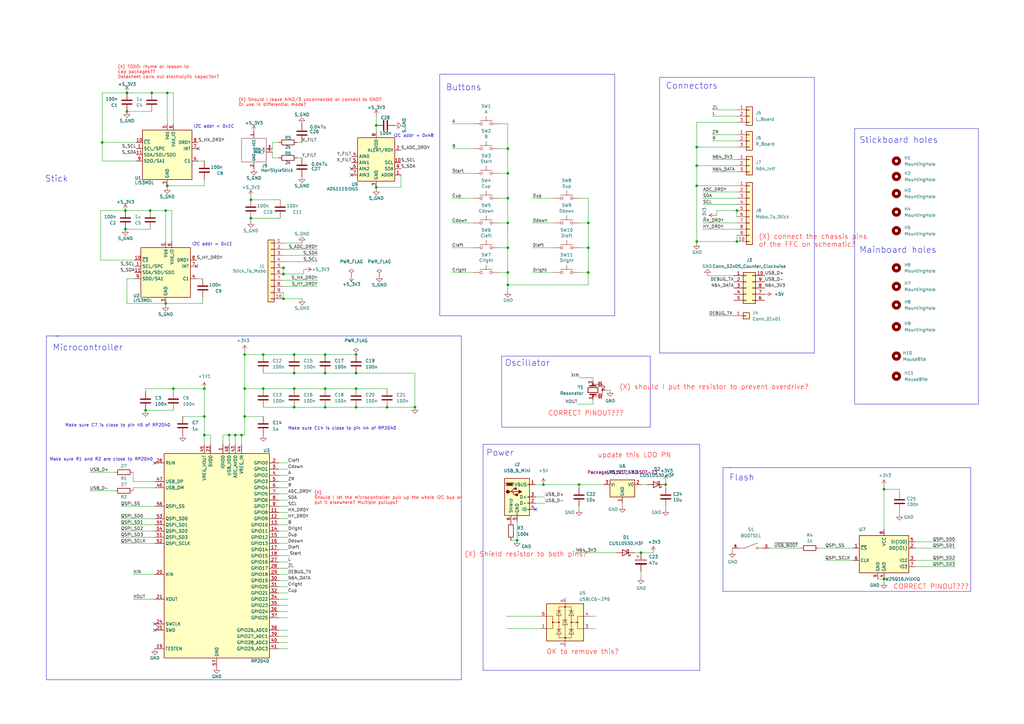
<source format=kicad_sch>
(kicad_sch (version 20230121) (generator eeschema)
  (paper "A3")
  (title_block (title "Phobri64") (date "2023-05-31") (rev "0.1") (company "Scuffed Tech Industries"))
  (junction (at 154.305 76.835))
  (junction (at 116.2682 109.855))
  (junction (at 96.52 178.435))
  (junction (at 107.95 145.415))
  (junction (at 116.2682 122.555))
  (junction (at 83.82 159.385))
  (junction (at 71.12 159.385))
  (junction (at 62.23 38.1))
  (junction (at 100.33 159.385))
  (junction (at 116.2682 112.395))
  (junction (at 83.82 170.815))
  (junction (at 158.75 167.005))
  (junction (at 302.26 99.06))
  (junction (at 285.75 99.06))
  (junction (at 170.18 167.005))
  (junction (at 133.35 167.005))
  (junction (at 208.28 81.28))
  (junction (at 68.58 76.2))
  (junction (at 133.35 153.035))
  (junction (at 120.65 145.415))
  (junction (at 100.33 145.415))
  (junction (at 208.28 116.84))
  (junction (at 362.585 200.66))
  (junction (at 285.75 60.325))
  (junction (at 146.05 159.385))
  (junction (at 237.49 198.755))
  (junction (at 208.28 60.96))
  (junction (at 154.305 51.435))
  (junction (at 285.75 67.945))
  (junction (at 51.435 86.36))
  (junction (at 41.91 58.42))
  (junction (at 273.05 198.755))
  (junction (at 67.945 124.46))
  (junction (at 208.28 101.6))
  (junction (at 52.07 45.72))
  (junction (at 102.87 81.915))
  (junction (at 241.3 91.44))
  (junction (at 68.58 38.1))
  (junction (at 52.07 38.1))
  (junction (at 120.65 153.035))
  (junction (at 120.65 167.005))
  (junction (at 99.06 178.435))
  (junction (at 67.945 86.36))
  (junction (at 133.35 145.415))
  (junction (at 100.33 170.815))
  (junction (at 302.26 86.36))
  (junction (at 146.05 153.035))
  (junction (at 59.69 168.275))
  (junction (at 51.435 93.98))
  (junction (at 83.82 178.435))
  (junction (at 362.585 237.49))
  (junction (at 208.28 111.76))
  (junction (at 262.89 226.695))
  (junction (at 107.95 159.385))
  (junction (at 241.3 111.76))
  (junction (at 146.05 167.005))
  (junction (at 285.75 76.2))
  (junction (at 208.28 91.44))
  (junction (at 212.09 221.615))
  (junction (at 222.885 198.755))
  (junction (at 241.3 101.6))
  (junction (at 208.28 71.12))
  (junction (at 93.98 178.435))
  (junction (at 133.35 159.385))
  (junction (at 146.05 145.415))
  (junction (at 102.87 89.535))
  (junction (at 61.595 86.36))
  (junction (at 120.65 159.385))
  (no_connect (at 63.5 189.865))
  (no_connect (at 219.71 208.915))
  (no_connect (at 63.5 258.445))
  (no_connect (at 63.5 255.905))
  (no_connect (at 81.28 60.96))
  (no_connect (at 144.145 71.755))
  (no_connect (at 80.645 109.22))
  (no_connect (at 144.145 69.215))
  (wire (pts (xy 54.61 201.295) (xy 54.61 200.025)))
  (polyline (pts (xy 22.86 137.795) (xy 189.23 137.795)) (stroke (width 0) (type solid)))
  (wire (pts (xy 118.11 197.485) (xy 114.3 197.485)))
  (wire (pts (xy 133.35 145.415) (xy 146.05 145.415)))
  (wire (pts (xy 49.53 207.645) (xy 63.5 207.645)))
  (wire (pts (xy 111.76 58.42) (xy 114.3 58.42)))
  (wire (pts (xy 194.31 60.96) (xy 185.42 60.96)))
  (wire (pts (xy 237.49 111.76) (xy 241.3 111.76)))
  (wire (pts (xy 208.28 116.84) (xy 208.28 119.38)))
  (polyline (pts (xy 198.12 182.245) (xy 203.2 182.245)) (stroke (width 0) (type solid)))
  (polyline (pts (xy 189.23 137.795) (xy 189.23 278.765)) (stroke (width 0) (type solid)))
  (wire (pts (xy 285.75 99.06) (xy 302.26 99.06)))
  (wire (pts (xy 158.75 159.385) (xy 146.05 159.385)))
  (wire (pts (xy 133.35 167.005) (xy 146.05 167.005)))
  (wire (pts (xy 118.11 240.665) (xy 114.3 240.665)))
  (polyline (pts (xy 398.145 191.77) (xy 398.145 242.57)) (stroke (width 0) (type solid)))
  (wire (pts (xy 124.5232 110.49) (xy 124.5232 112.395)))
  (wire (pts (xy 208.28 101.6) (xy 208.28 111.76)))
  (wire (pts (xy 285.75 50.165) (xy 285.75 60.325)))
  (wire (pts (xy 121.92 58.42) (xy 123.825 58.42)))
  (wire (pts (xy 208.28 71.12) (xy 208.28 81.28)))
  (wire (pts (xy 292.1 45.085) (xy 302.26 45.085)))
  (wire (pts (xy 99.06 178.435) (xy 96.52 178.435)))
  (wire (pts (xy 118.11 260.985) (xy 114.3 260.985)))
  (wire (pts (xy 61.595 86.36) (xy 51.435 86.36)))
  (wire (pts (xy 208.28 50.8) (xy 208.28 60.96)))
  (wire (pts (xy 51.435 93.98) (xy 61.595 93.98)))
  (wire (pts (xy 241.3 91.44) (xy 241.3 101.6)))
  (wire (pts (xy 118.11 210.185) (xy 114.3 210.185)))
  (wire (pts (xy 111.76 64.77) (xy 114.3 64.77)))
  (wire (pts (xy 146.05 159.385) (xy 133.35 159.385)))
  (wire (pts (xy 255.27 206.375) (xy 255.27 207.645)))
  (wire (pts (xy 102.87 89.535) (xy 114.935 89.535)))
  (wire (pts (xy 292.1 70.485) (xy 302.26 70.485)))
  (wire (pts (xy 362.585 237.49) (xy 362.585 238.76)))
  (wire (pts (xy 204.47 111.76) (xy 208.28 111.76)))
  (wire (pts (xy 237.49 81.28) (xy 241.3 81.28)))
  (wire (pts (xy 124.5232 112.395) (xy 116.2682 112.395)))
  (wire (pts (xy 118.11 263.525) (xy 114.3 263.525)))
  (wire (pts (xy 55.88 66.04) (xy 41.91 66.04)))
  (wire (pts (xy 107.95 145.415) (xy 120.65 145.415)))
  (wire (pts (xy 236.22 226.695) (xy 252.73 226.695)))
  (wire (pts (xy 71.12 159.385) (xy 59.69 159.385)))
  (wire (pts (xy 83.185 121.92) (xy 83.185 124.46)))
  (wire (pts (xy 285.75 76.2) (xy 285.75 99.06)))
  (wire (pts (xy 241.3 116.84) (xy 208.28 116.84)))
  (wire (pts (xy 41.275 86.36) (xy 51.435 86.36)))
  (wire (pts (xy 260.35 226.695) (xy 262.89 226.695)))
  (wire (pts (xy 118.11 225.425) (xy 114.3 225.425)))
  (polyline (pts (xy 180.34 30.48) (xy 182.88 30.48)) (stroke (width 0) (type solid)))
  (wire (pts (xy 146.05 167.005) (xy 158.75 167.005)))
  (wire (pts (xy 244.475 252.73) (xy 241.935 252.73)))
  (wire (pts (xy 83.82 178.435) (xy 86.36 178.435)))
  (wire (pts (xy 52.07 114.3) (xy 52.07 124.46)))
  (wire (pts (xy 59.69 168.275) (xy 71.12 168.275)))
  (wire (pts (xy 194.31 81.28) (xy 185.42 81.28)))
  (wire (pts (xy 265.43 198.755) (xy 262.89 198.755)))
  (wire (pts (xy 375.285 232.41) (xy 391.795 232.41)))
  (wire (pts (xy 118.11 258.445) (xy 114.3 258.445)))
  (wire (pts (xy 338.455 229.87) (xy 349.885 229.87)))
  (wire (pts (xy 130.2382 102.235) (xy 116.2682 102.235)))
  (wire (pts (xy 227.33 91.44) (xy 218.44 91.44)))
  (wire (pts (xy 194.31 91.44) (xy 185.42 91.44)))
  (wire (pts (xy 118.11 250.825) (xy 114.3 250.825)))
  (wire (pts (xy 100.33 145.415) (xy 107.95 145.415)))
  (wire (pts (xy 118.11 192.405) (xy 114.3 192.405)))
  (wire (pts (xy 164.465 71.755) (xy 164.465 76.835)))
  (polyline (pts (xy 19.05 278.765) (xy 19.05 137.795)) (stroke (width 0) (type solid)))
  (wire (pts (xy 100.33 159.385) (xy 107.95 159.385)))
  (wire (pts (xy 130.2382 117.475) (xy 116.2682 117.475)))
  (wire (pts (xy 164.465 76.835) (xy 154.305 76.835)))
  (wire (pts (xy 288.29 93.98) (xy 302.26 93.98)))
  (wire (pts (xy 102.87 81.915) (xy 114.935 81.915)))
  (polyline (pts (xy 266.7 146.05) (xy 266.7 175.26)) (stroke (width 0) (type solid)))
  (wire (pts (xy 118.11 253.365) (xy 114.3 253.365)))
  (wire (pts (xy 207.645 257.81) (xy 221.615 257.81)))
  (wire (pts (xy 93.98 178.435) (xy 91.44 178.435)))
  (polyline (pts (xy 287.02 274.955) (xy 198.12 274.955)) (stroke (width 0) (type solid)))
  (wire (pts (xy 118.11 215.265) (xy 114.3 215.265)))
  (wire (pts (xy 248.285 160.02) (xy 250.19 160.02)))
  (wire (pts (xy 116.205 109.855) (xy 116.2682 109.855)))
  (wire (pts (xy 194.31 111.76) (xy 185.42 111.76)))
  (wire (pts (xy 111.76 62.357) (xy 111.76 64.77)))
  (wire (pts (xy 62.23 38.1) (xy 52.07 38.1)))
  (wire (pts (xy 49.53 222.885) (xy 63.5 222.885)))
  (wire (pts (xy 52.07 45.72) (xy 62.23 45.72)))
  (wire (pts (xy 107.95 167.005) (xy 120.65 167.005)))
  (wire (pts (xy 368.935 200.66) (xy 362.585 200.66)))
  (wire (pts (xy 154.305 47.625) (xy 154.305 51.435)))
  (wire (pts (xy 71.12 160.655) (xy 71.12 159.385)))
  (wire (pts (xy 204.47 91.44) (xy 208.28 91.44)))
  (wire (pts (xy 83.82 170.815) (xy 83.82 178.435)))
  (wire (pts (xy 99.06 178.435) (xy 99.06 182.245)))
  (wire (pts (xy 292.1 47.625) (xy 302.26 47.625)))
  (wire (pts (xy 83.82 178.435) (xy 83.82 182.245)))
  (wire (pts (xy 302.26 96.52) (xy 302.26 99.06)))
  (wire (pts (xy 204.47 60.96) (xy 208.28 60.96)))
  (polyline (pts (xy 205.74 146.05) (xy 266.7 146.05)) (stroke (width 0) (type solid)))
  (wire (pts (xy 118.11 189.865) (xy 114.3 189.865)))
  (wire (pts (xy 100.33 178.435) (xy 99.06 178.435)))
  (wire (pts (xy 81.28 66.04) (xy 83.82 66.04)))
  (wire (pts (xy 285.75 67.945) (xy 302.26 67.945)))
  (wire (pts (xy 54.61 245.745) (xy 63.5 245.745)))
  (wire (pts (xy 133.35 153.035) (xy 146.05 153.035)))
  (wire (pts (xy 204.47 81.28) (xy 208.28 81.28)))
  (wire (pts (xy 204.47 101.6) (xy 208.28 101.6)))
  (wire (pts (xy 237.49 91.44) (xy 241.3 91.44)))
  (wire (pts (xy 100.33 145.415) (xy 100.33 159.385)))
  (wire (pts (xy 120.65 145.415) (xy 133.35 145.415)))
  (wire (pts (xy 114.3 222.885) (xy 118.11 222.885)))
  (wire (pts (xy 375.285 229.87) (xy 391.795 229.87)))
  (wire (pts (xy 219.71 206.375) (xy 223.52 206.375)))
  (polyline (pts (xy 182.245 30.48) (xy 252.095 30.48)) (stroke (width 0) (type solid)))
  (wire (pts (xy 223.52 203.835) (xy 219.71 203.835)))
  (wire (pts (xy 111.76 58.42) (xy 111.76 61.087)))
  (polyline (pts (xy 398.145 242.57) (xy 296.545 242.57)) (stroke (width 0) (type solid)))
  (wire (pts (xy 154.305 51.435) (xy 154.305 53.975)))
  (wire (pts (xy 227.33 111.76) (xy 218.44 111.76)))
  (wire (pts (xy 294.005 86.36) (xy 302.26 86.36)))
  (wire (pts (xy 36.83 201.295) (xy 46.99 201.295)))
  (wire (pts (xy 67.945 99.06) (xy 67.945 86.36)))
  (polyline (pts (xy 19.05 137.795) (xy 24.13 137.795)) (stroke (width 0) (type solid)))
  (wire (pts (xy 375.285 222.25) (xy 391.795 222.25)))
  (wire (pts (xy 294.005 88.265) (xy 293.37 88.265)))
  (wire (pts (xy 118.11 200.025) (xy 114.3 200.025)))
  (wire (pts (xy 71.12 159.385) (xy 83.82 159.385)))
  (wire (pts (xy 67.945 86.36) (xy 70.485 86.36)))
  (polyline (pts (xy 296.545 191.77) (xy 299.72 191.77)) (stroke (width 0) (type solid)))
  (wire (pts (xy 146.05 153.035) (xy 170.18 153.035)))
  (wire (pts (xy 194.31 50.8) (xy 185.42 50.8)))
  (wire (pts (xy 86.36 178.435) (xy 86.36 182.245)))
  (wire (pts (xy 285.75 76.2) (xy 302.26 76.2)))
  (wire (pts (xy 194.31 71.12) (xy 185.42 71.12)))
  (wire (pts (xy 290.195 113.03) (xy 300.99 113.03)))
  (wire (pts (xy 41.91 58.42) (xy 55.88 58.42)))
  (polyline (pts (xy 198.12 274.955) (xy 198.12 182.245)) (stroke (width 0) (type solid)))
  (wire (pts (xy 154.305 77.47) (xy 154.305 76.835)))
  (wire (pts (xy 292.1 57.785) (xy 302.26 57.785)))
  (wire (pts (xy 227.33 81.28) (xy 218.44 81.28)))
  (wire (pts (xy 49.53 217.805) (xy 63.5 217.805)))
  (wire (pts (xy 273.05 197.485) (xy 273.05 198.755)))
  (wire (pts (xy 41.275 106.68) (xy 55.245 106.68)))
  (wire (pts (xy 120.65 153.035) (xy 133.35 153.035)))
  (wire (pts (xy 285.75 60.325) (xy 285.75 67.945)))
  (polyline (pts (xy 189.23 278.765) (xy 19.05 278.765)) (stroke (width 0) (type solid)))
  (wire (pts (xy 68.58 50.8) (xy 68.58 38.1)))
  (wire (pts (xy 100.33 144.145) (xy 100.33 145.415)))
  (wire (pts (xy 243.205 154.94) (xy 237.49 154.94)))
  (wire (pts (xy 118.11 220.345) (xy 114.3 220.345)))
  (wire (pts (xy 67.945 86.36) (xy 61.595 86.36)))
  (wire (pts (xy 273.05 198.755) (xy 273.05 200.025)))
  (wire (pts (xy 71.12 38.1) (xy 71.12 50.8)))
  (wire (pts (xy 83.82 76.2) (xy 68.58 76.2)))
  (wire (pts (xy 118.11 202.565) (xy 114.3 202.565)))
  (wire (pts (xy 237.49 207.645) (xy 237.49 208.915)))
  (wire (pts (xy 292.1 55.245) (xy 302.26 55.245)))
  (wire (pts (xy 237.49 101.6) (xy 241.3 101.6)))
  (wire (pts (xy 102.87 80.645) (xy 102.87 81.915)))
  (wire (pts (xy 222.885 198.755) (xy 237.49 198.755)))
  (wire (pts (xy 368.935 209.55) (xy 368.935 210.82)))
  (polyline (pts (xy 252.095 30.48) (xy 252.095 129.54)) (stroke (width 0) (type solid)))
  (wire (pts (xy 130.2382 104.775) (xy 116.2682 104.775)))
  (wire (pts (xy 273.05 207.645) (xy 273.05 208.915)))
  (wire (pts (xy 118.11 207.645) (xy 114.3 207.645)))
  (wire (pts (xy 118.11 245.745) (xy 114.3 245.745)))
  (wire (pts (xy 118.11 205.105) (xy 114.3 205.105)))
  (wire (pts (xy 102.87 89.535) (xy 102.87 90.805)))
  (wire (pts (xy 241.3 111.76) (xy 241.3 116.84)))
  (polyline (pts (xy 287.02 182.245) (xy 287.02 274.955)) (stroke (width 0) (type solid)))
  (polyline (pts (xy 205.74 146.05) (xy 205.74 175.26)) (stroke (width 0) (type solid)))
  (wire (pts (xy 118.11 238.125) (xy 114.3 238.125)))
  (wire (pts (xy 237.49 200.025) (xy 237.49 198.755)))
  (wire (pts (xy 100.33 170.815) (xy 107.95 170.815)))
  (wire (pts (xy 83.185 124.46) (xy 67.945 124.46)))
  (wire (pts (xy 375.285 224.79) (xy 391.795 224.79)))
  (wire (pts (xy 118.11 266.065) (xy 114.3 266.065)))
  (wire (pts (xy 212.09 221.615) (xy 212.09 213.995)))
  (polyline (pts (xy 296.545 242.57) (xy 296.545 191.77)) (stroke (width 0) (type solid)))
  (wire (pts (xy 41.91 66.04) (xy 41.91 58.42)))
  (wire (pts (xy 59.69 159.385) (xy 59.69 160.655)))
  (wire (pts (xy 121.92 64.77) (xy 123.825 64.77)))
  (wire (pts (xy 208.28 81.28) (xy 208.28 91.44)))
  (wire (pts (xy 120.65 159.385) (xy 107.95 159.385)))
  (wire (pts (xy 208.28 91.44) (xy 208.28 101.6)))
  (wire (pts (xy 133.35 159.385) (xy 120.65 159.385)))
  (wire (pts (xy 68.58 38.1) (xy 71.12 38.1)))
  (wire (pts (xy 118.11 194.945) (xy 114.3 194.945)))
  (wire (pts (xy 130.2382 114.935) (xy 116.2682 114.935)))
  (wire (pts (xy 41.275 106.68) (xy 41.275 86.36)))
  (wire (pts (xy 285.75 67.945) (xy 285.75 76.2)))
  (wire (pts (xy 302.3232 86.36) (xy 302.26 86.36)))
  (wire (pts (xy 302.26 88.9) (xy 302.26 86.36)))
  (wire (pts (xy 243.205 165.735) (xy 236.855 165.735)))
  (wire (pts (xy 360.045 237.49) (xy 362.585 237.49)))
  (wire (pts (xy 362.585 200.66) (xy 362.585 217.17)))
  (wire (pts (xy 118.11 243.205) (xy 114.3 243.205)))
  (wire (pts (xy 118.745 227.965) (xy 114.3 227.965)))
  (wire (pts (xy 288.29 78.74) (xy 302.26 78.74)))
  (wire (pts (xy 49.53 212.725) (xy 63.5 212.725)))
  (wire (pts (xy 227.33 101.6) (xy 218.44 101.6)))
  (wire (pts (xy 288.29 83.82) (xy 302.26 83.82)))
  (polyline (pts (xy 205.74 175.26) (xy 266.7 175.26)) (stroke (width 0) (type solid)))
  (wire (pts (xy 52.07 124.46) (xy 67.945 124.46)))
  (wire (pts (xy 288.29 81.28) (xy 302.26 81.28)))
  (wire (pts (xy 294.005 88.265) (xy 294.005 86.36)))
  (wire (pts (xy 300.355 224.79) (xy 300.355 226.06)))
  (wire (pts (xy 209.55 221.615) (xy 212.09 221.615)))
  (wire (pts (xy 54.61 235.585) (xy 63.5 235.585)))
  (wire (pts (xy 52.07 114.3) (xy 55.245 114.3)))
  (wire (pts (xy 237.49 198.755) (xy 247.65 198.755)))
  (polyline (pts (xy 299.085 191.77) (xy 398.145 191.77)) (stroke (width 0) (type solid)))
  (wire (pts (xy 91.44 178.435) (xy 91.44 182.245)))
  (wire (pts (xy 368.935 201.93) (xy 368.935 200.66)))
  (wire (pts (xy 68.58 76.835) (xy 68.58 76.2)))
  (wire (pts (xy 49.53 220.345) (xy 63.5 220.345)))
  (wire (pts (xy 208.28 111.76) (xy 208.28 116.84)))
  (wire (pts (xy 96.52 178.435) (xy 96.52 182.245)))
  (wire (pts (xy 49.53 215.265) (xy 63.5 215.265)))
  (wire (pts (xy 54.61 197.485) (xy 54.61 193.675)))
  (wire (pts (xy 285.75 60.325) (xy 302.26 60.325)))
  (wire (pts (xy 244.475 257.81) (xy 241.935 257.81)))
  (wire (pts (xy 118.11 212.725) (xy 114.3 212.725)))
  (wire (pts (xy 54.61 200.025) (xy 63.5 200.025)))
  (wire (pts (xy 241.3 81.28) (xy 241.3 91.44)))
  (wire (pts (xy 170.18 153.035) (xy 170.18 167.005)))
  (wire (pts (xy 204.47 71.12) (xy 208.28 71.12)))
  (wire (pts (xy 100.33 159.385) (xy 100.33 170.815)))
  (wire (pts (xy 241.3 101.6) (xy 241.3 111.76)))
  (wire (pts (xy 362.585 199.39) (xy 362.585 200.66)))
  (wire (pts (xy 204.47 50.8) (xy 208.28 50.8)))
  (polyline (pts (xy 180.34 129.54) (xy 180.34 30.48)) (stroke (width 0) (type solid)))
  (wire (pts (xy 243.205 163.83) (xy 243.205 165.735)))
  (wire (pts (xy 120.65 167.005) (xy 133.35 167.005)))
  (wire (pts (xy 208.28 60.96) (xy 208.28 71.12)))
  (wire (pts (xy 302.26 50.165) (xy 285.75 50.165)))
  (wire (pts (xy 67.945 125.095) (xy 67.945 124.46)))
  (wire (pts (xy 285.75 99.06) (xy 285.75 99.695)))
  (wire (pts (xy 80.645 114.3) (xy 83.185 114.3)))
  (wire (pts (xy 107.95 153.035) (xy 120.65 153.035)))
  (wire (pts (xy 118.11 217.805) (xy 114.3 217.805)))
  (wire (pts (xy 68.58 38.1) (xy 62.23 38.1)))
  (wire (pts (xy 118.11 248.285) (xy 114.3 248.285)))
  (wire (pts (xy 93.98 178.435) (xy 93.98 182.245)))
  (wire (pts (xy 83.82 159.385) (xy 83.82 170.815)))
  (wire (pts (xy 315.595 224.79) (xy 328.295 224.79)))
  (wire (pts (xy 194.31 101.6) (xy 185.42 101.6)))
  (wire (pts (xy 124.5232 110.49) (xy 125.1582 110.49)))
  (wire (pts (xy 118.11 235.585) (xy 114.3 235.585)))
  (wire (pts (xy 116.2682 109.855) (xy 116.2682 112.395)))
  (wire (pts (xy 118.11 230.505) (xy 114.3 230.505)))
  (wire (pts (xy 290.83 129.54) (xy 300.99 129.54)))
  (wire (pts (xy 219.71 198.755) (xy 222.885 198.755)))
  (wire (pts (xy 116.2682 120.015) (xy 116.2682 122.555)))
  (wire (pts (xy 158.75 167.005) (xy 170.18 167.005)))
  (wire (pts (xy 116.2682 122.555) (xy 123.8882 122.555)))
  (wire (pts (xy 262.89 234.315) (xy 262.89 236.855)))
  (wire (pts (xy 243.205 156.21) (xy 243.205 154.94)))
  (wire (pts (xy 63.5 197.485) (xy 54.61 197.485)))
  (wire (pts (xy 100.33 170.815) (xy 100.33 178.435)))
  (wire (pts (xy 41.91 38.1) (xy 52.07 38.1)))
  (wire (pts (xy 292.1 65.405) (xy 302.26 65.405)))
  (wire (pts (xy 262.89 226.695) (xy 267.97 226.695)))
  (wire (pts (xy 74.93 170.815) (xy 83.82 170.815)))
  (wire (pts (xy 96.52 178.435) (xy 93.98 178.435)))
  (wire (pts (xy 83.82 73.66) (xy 83.82 76.2)))
  (wire (pts (xy 335.915 224.79) (xy 349.885 224.79)))
  (wire (pts (xy 41.91 58.42) (xy 41.91 38.1)))
  (wire (pts (xy 130.2382 107.315) (xy 116.2682 107.315)))
  (wire (pts (xy 116.2682 99.695) (xy 123.8882 99.695)))
  (wire (pts (xy 36.83 193.675) (xy 46.99 193.675)))
  (polyline (pts (xy 252.095 129.54) (xy 180.34 129.54)) (stroke (width 0) (type solid)))
  (polyline (pts (xy 203.2 182.245) (xy 287.02 182.245)) (stroke (width 0) (type solid)))
  (wire (pts (xy 288.29 91.44) (xy 302.26 91.44)))
  (wire (pts (xy 207.645 252.73) (xy 221.615 252.73)))
  (wire (pts (xy 118.11 233.045) (xy 114.3 233.045)))
  (wire (pts (xy 70.485 86.36) (xy 70.485 99.06)))
  (rectangle (start 350.52 52.705) (end 401.32 165.735))
  (rectangle (start 270.51 31.75) (end 334.01 144.78))
  (text "Power" (at 199.39 187.325 0) (effects (font (size 2.54 2.54)) (justify left bottom)))
  (text "Oscillator" (at 207.01 150.495 0) (effects (font (size 2.54 2.54)) (justify left bottom)))
  (text "Microcontroller" (at 21.59 144.145 0) (effects (font (size 2.54 2.54)) (justify left bottom)))
  (text "Make sure C14 is close to pin 44 of RP2040" (at 118.11 176.53 0) (effects (font (size 1.27 1.27)) (justify left bottom)))
  (text "Connectors" (at 273.05 36.83 0) (effects (font (size 2.54 2.54)) (justify left bottom)))
  (text "(X) should I put the resistor to prevent overdrive?" (at 254 160.02 0) (effects (font (size 2 2)) (justify left bottom)))
  (text "Make sure C7 is close to pin 45 of RP2040" (at 26.67 175.26 0) (effects (font (size 1.27 1.27)) (justify left bottom)))
  (text "(X) \nShould I let the microcontroller pull up the whole I2C bus or\nput it elsewhere? Multiple pullups?" (at 128.905 207.01 0) (effects (font (size 1.27 1.27)) (justify left bottom)))
  (text "Buttons" (at 182.88 37.465 0) (effects (font (size 2.54 2.54)) (justify left bottom)))
  (text "Stickboard holes" (at 352.425 59.055 0) (effects (font (size 2.54 2.54)) (justify left bottom)))
  (text "update this LDO PN" (at 245.11 187.96 0) (effects (font (size 2 2)) (justify left bottom)))
  (text "I2C addr = 0x1C" (at 79.375 52.705 0) (effects (font (size 1.27 1.27)) (justify left bottom)))
  (text "I2C addr = 0x48" (at 161.29 56.515 0) (effects (font (size 1.27 1.27)) (justify left bottom)))
  (text "CORRECT PINOUT???" (at 366.395 241.935 0) (effects (font (size 2 2)) (justify left bottom)))
  (text "(X) TODO: rhyme or reason to \ncap packages??\nDatasheet calls out electrolytic capacitor?" (at 48.26 32.385 0) (effects (font (size 1.27 1.27)) (justify left bottom)))
  (text "Flash" (at 299.085 197.485 0) (effects (font (size 2.54 2.54)) (justify left bottom)))
  (text "OK to remove this?" (at 224.155 268.605 0) (effects (font (size 2 2)) (justify left bottom)))
  (text "Stick" (at 18.415 74.93 0) (effects (font (size 2.54 2.54)) (justify left bottom)))
  (text "(X) Shield resistor to both pins?" (at 190.5 228.6 0) (effects (font (size 2 2)) (justify left bottom)))
  (text "I2C addr = 0x1E" (at 78.74 100.965 0) (effects (font (size 1.27 1.27)) (justify left bottom)))
  (text "Make sure R1 and R2 are close to RP2040" (at 20.32 189.23 0) (effects (font (size 1.27 1.27)) (justify left bottom)))
  (text "Mainboard holes" (at 352.425 104.14 0) (effects (font (size 2.54 2.54)) (justify left bottom)))
  (text "(X) Should I leave AIN2/3 unconnected or connect to GND?\nOr use in differential mode?" (at 97.79 43.815 0) (effects (font (size 1.27 1.27)) (justify left bottom)))
  (text "CORRECT PINOUT???" (at 224.79 170.815 0) (effects (font (size 2 2)) (justify left bottom)))
  (text "(X) connect the chassis pins\nof the FFC on schematic?" (at 311.15 101.6 0) (effects (font (size 2 2)) (justify left bottom)))
  (label "Cup" (at 118.11 243.205 0))
  (label "Cleft" (at 118.11 189.865 0))
  (label "QSPI_SS" (at 49.53 207.645 0))
  (label "USB_D-" (at 36.83 201.295 0))
  (label "QSPI_SCLK" (at 49.53 222.885 0))
  (label "DEBUG_TX" (at 300.99 115.57 180))
  (label "SCL" (at 288.29 83.82 0))
  (label "S_SCL" (at 55.88 60.96 180))
  (label "S_SCL" (at 55.245 109.22 180))
  (label "QSPI_SD0" (at 391.795 222.25 180))
  (label "Start" (at 118.745 227.965 0))
  (label "Ddown" (at 218.44 91.44 0))
  (label "B" (at 185.42 60.96 0))
  (label "N64_3V3" (at 236.22 226.695 0))
  (label "S_HY_DRDY" (at 130.2382 117.475 180))
  (label "Y_FILT" (at 144.145 64.135 180))
  (label "QSPI_SCLK" (at 338.455 229.87 0))
  (label "ZR" (at 292.1 55.245 0))
  (label "Cdown" (at 118.11 192.405 0))
  (label "ADC_DRDY" (at 118.11 202.565 0))
  (label "XOUT" (at 54.61 245.745 0))
  (label "QSPI_SD1" (at 49.53 215.265 0))
  (label "XOUT" (at 236.855 165.735 180))
  (label "A" (at 118.11 194.945 0))
  (label "USB_D-" (at 313.69 115.57 0))
  (label "ADC_DRDY" (at 288.29 78.74 0))
  (label "DEBUG_TX" (at 118.11 235.585 0))
  (label "S_HX_DRDY" (at 81.28 58.42 0))
  (label "A" (at 185.42 50.8 0))
  (label "SDA" (at 288.29 81.28 0))
  (label "HY_DRDY" (at 118.11 212.725 0))
  (label "Dleft" (at 218.44 101.6 0))
  (label "Cdown" (at 185.42 91.44 0))
  (label "Dup" (at 118.11 220.345 0))
  (label "HX_DRDY" (at 118.11 210.185 0))
  (label "Dleft" (at 118.11 225.425 0))
  (label "QSPI_SD2" (at 49.53 217.805 0))
  (label "N64_DATA" (at 118.11 238.125 0))
  (label "SCL" (at 118.11 207.645 0))
  (label "HY_DRDY" (at 288.29 93.98 0))
  (label "ZR" (at 118.11 197.485 0))
  (label "QSPI_SS" (at 338.455 224.79 0))
  (label "S_SDA" (at 55.88 63.5 180))
  (label "XIN" (at 237.49 154.94 180))
  (label "N64_DATA" (at 292.1 70.485 0))
  (label "USB_D+" (at 223.52 203.835 0))
  (label "USB_D-" (at 223.52 206.375 0))
  (label "S_SCL" (at 130.2382 107.315 180))
  (label "S_SDA" (at 55.245 111.76 180))
  (label "Ddown" (at 118.11 222.885 0))
  (label "X_FILT" (at 123.825 58.42 0))
  (label "L" (at 118.11 230.505 0))
  (label "Dright" (at 118.11 217.805 0))
  (label "Cright" (at 185.42 111.76 0))
  (label "Y_FILT" (at 123.825 64.77 0))
  (label "QSPI_SD3" (at 391.795 232.41 180))
  (label "Cright" (at 118.11 240.665 0))
  (label "Cleft" (at 185.42 101.6 0))
  (label "N64_3V3" (at 313.69 118.11 0))
  (label "Dright" (at 218.44 111.76 0))
  (label "QSPI_SD2" (at 391.795 229.87 180))
  (label "Dup" (at 218.44 81.28 0))
  (label "USB_D+" (at 36.83 193.675 0))
  (label "USB_D+" (at 313.69 113.03 0))
  (label "ZL" (at 118.11 233.045 0))
  (label "XIN" (at 54.61 235.585 0))
  (label "HX_DRDY" (at 288.29 91.44 0))
  (label "ZL" (at 292.1 45.085 0))
  (label "N64_3V3" (at 292.1 65.405 0))
  (label "SDA" (at 118.11 205.105 0))
  (label "B" (at 118.11 215.265 0))
  (label "Cup" (at 185.42 81.28 0))
  (label "S_ADC_DRDY" (at 130.2382 102.235 180))
  (label "~{USB_BOOT}" (at 317.5 224.79 0))
  (label "QSPI_SD0" (at 49.53 212.725 0))
  (label "QSPI_SD3" (at 49.53 220.345 0))
  (label "X_FILT" (at 144.145 66.675 180))
  (label "QSPI_SD1" (at 391.795 224.79 180))
  (label "Start" (at 185.42 71.12 0))
  (label "L" (at 292.1 47.625 0))
  (label "R" (at 118.11 200.025 0))
  (label "S_SDA" (at 130.2382 104.775 180))
  (label "S_HY_DRDY" (at 80.645 106.68 0))
  (label "S_HX_DRDY" (at 130.2382 114.935 180))
  (label "S_ADC_DRDY" (at 164.465 61.595 0))
  (label "DEBUG_TX" (at 290.83 129.54 0))
  (label "R" (at 292.1 57.785 0))
  (label "S_SCL" (at 164.465 66.675 0))
  (label "S_SDA" (at 164.465 69.215 0))
  (label "N64_DATA" (at 300.99 118.11 180))
  (symbol (lib_id "Phobri64:S_GND") (at 51.435 93.98 0) (unit 1)
    (property "Reference" "#PWR016" (effects hide))
    (property "Value" "S_GND" (at 51.435 97.79 0))
  )
  (symbol (lib_id "Device:C") (at 71.12 164.465 0) (unit 1)
    (property "Reference" "C6" (at 74.93 163.1949 0) (effects (justify left)))
    (property "Value" "100n" (at 74.93 165.7349 0) (effects (justify left)))
    (property "Footprint" "Capacitor_SMD:C_0402_1005Metric" (effects hide))
    (property "LCSC" "C1525" (effects hide))
  )
  (symbol (lib_id "Mechanical:MountingHole") (at 367.665 94.615 0) (unit 1) (in_bom no)
    (property "Reference" "H5" (at 370.84 93.345 0) (effects (justify left)))
    (property "Value" "MountingHole" (at 370.84 95.885 0) (effects (justify left)))
    (property "Footprint" "Phobri64:MountingHole_2.833mm" (effects hide))
  )
  (symbol (lib_id "Device:C") (at 273.05 203.835 0) (unit 1)
    (property "Reference" "C24" (at 275.971 202.6666 0) (effects (justify left)))
    (property "Value" "10u" (at 275.971 204.978 0) (effects (justify left)))
    (property "Footprint" "Capacitor_SMD:C_0805_2012Metric" (effects hide))
    (property "LCSC" "C15850" (effects hide))
  )
  (symbol (lib_id "Mechanical:MountingHole") (at 367.665 117.475 0) (unit 1) (in_bom no)
    (property "Reference" "H7" (at 370.84 116.205 0) (effects (justify left)))
    (property "Value" "MountingHole" (at 370.84 118.745 0) (effects (justify left)))
    (property "Footprint" "MountingHole:MountingHole_4.3mm_M4" (effects hide))
  )
  (symbol (lib_id "Device:C") (at 107.95 174.625 0) (unit 1)
    (property "Reference" "C14" (at 111.76 173.3549 0) (effects (justify left)))
    (property "Value" "1u" (at 111.76 175.8949 0) (effects (justify left)))
    (property "Footprint" "Capacitor_SMD:C_0402_1005Metric" (effects hide))
    (property "LCSC" "C52923" (effects hide))
  )
  (symbol (lib_id "power:GND") (at 300.355 226.06 0) (unit 1)
    (property "Reference" "#PWR033" (effects hide))
    (property "Value" "GND" (at 300.482 230.4542 0))
  )
  (symbol (lib_id "power:GND") (at 59.69 168.275 0) (unit 1)
    (property "Reference" "#PWR05" (effects hide))
    (property "Value" "GND" (effects hide))
  )
  (symbol (lib_id "Phobri64:S_GND") (at 123.825 50.8 180) (unit 1)
    (property "Reference" "#PWR04" (effects hide))
    (property "Value" "S_GND" (at 123.825 46.99 0))
  )
  (symbol (lib_id "power:+1V1") (at 83.82 159.385 0) (unit 1)
    (property "Reference" "#PWR011" (effects hide))
    (property "Value" "+1V1" (at 83.82 154.305 0))
  )
  (symbol (lib_id "Phobri64:+S_3V3") (at 102.87 80.645 0) (unit 1)
    (property "Reference" "#PWR018" (effects hide))
    (property "Value" "+S_3V3" (at 102.87 76.835 0))
  )
  (symbol (lib_id "Connector_Generic:Conn_01x10") (at 111.1882 109.855 0) (mirror y) (unit 1)
    (property "Reference" "J1" (at 107.3782 109.22 0))
    (property "Value" "Stick_To_Mobo" (at 102.2982 111.125 0))
    (property "Footprint" "Phobri64:CON_5034801000_MOL" (effects hide))
    (property "LCSC" "C2915459" (effects hide))
  )
  (symbol (lib_id "Device:C") (at 51.435 90.17 180) (unit 1)
    (property "Reference" "C2" (at 47.625 91.4401 0) (effects (justify left)))
    (property "Value" "100n" (at 47.625 88.9001 0) (effects (justify left)))
    (property "Footprint" "Capacitor_SMD:C_0402_1005Metric" (effects hide))
    (property "LCSC" "C1525" (effects hide))
  )
  (symbol (lib_id "Device:C") (at 158.75 163.195 0) (unit 1)
    (property "Reference" "C21" (at 162.56 161.9249 0) (effects (justify left)))
    (property "Value" "100n" (at 162.56 164.4649 0) (effects (justify left)))
    (property "Footprint" "Capacitor_SMD:C_0402_1005Metric" (effects hide))
    (property "LCSC" "C1525" (effects hide))
  )
  (symbol (lib_id "Mechanical:MountingHole") (at 367.665 109.855 0) (unit 1) (in_bom no)
    (property "Reference" "H6" (at 370.84 108.585 0) (effects (justify left)))
    (property "Value" "MountingHole" (at 370.84 111.125 0) (effects (justify left)))
    (property "Footprint" "MountingHole:MountingHole_4.3mm_M4" (effects hide))
  )
  (symbol (lib_id "Phobri64:HoriStyleStick") (at 104.14 61.595 0) (unit 1)
    (property "Reference" "J9" (at 108.585 67.945 0))
    (property "Value" "HoriStyleStick" (at 113.665 69.85 0))
    (property "Footprint" "Phobri64:Hori_Style_Stick" (effects hide))
  )
  (symbol (lib_id "Phobri64:S_GND") (at 161.925 51.435 90) (unit 1)
    (property "Reference" "#PWR010" (effects hide))
    (property "Value" "S_GND" (at 165.735 51.435 0))
  )
  (symbol (lib_id "Phobri64:S_GND") (at 68.58 76.835 0) (unit 1)
    (property "Reference" "#PWR0106" (effects hide))
    (property "Value" "S_GND" (at 68.58 80.645 0))
  )
  (symbol (lib_id "power:GND") (at 250.19 160.02 0) (unit 1)
    (property "Reference" "#PWR025" (effects hide))
    (property "Value" "GND" (at 250.317 164.4142 0))
  )
  (symbol (lib_id "Device:R") (at 209.55 217.805 0) (unit 1)
    (property "Reference" "R3" (at 212.09 216.5349 0) (effects (justify left)))
    (property "Value" "100k" (at 212.09 219.0749 0) (effects (justify left)))
    (property "Footprint" "Resistor_SMD:R_0603_1608Metric_Pad0.98x0.95mm_HandSolder" (effects hide))
    (property "LCSC" "C25803" (effects hide))
  )
  (symbol (lib_id "power:GND") (at 290.195 113.03 180) (unit 1)
    (property "Reference" "#PWR034" (effects hide))
    (property "Value" "GND" (at 292.1 109.22 0) (effects (justify left)))
  )
  (symbol (lib_id "Device:R") (at 50.8 193.675 270) (mirror x) (unit 1)
    (property "Reference" "R1" (at 50.8 196.215 90))
    (property "Value" "27" (at 50.8 191.135 90))
    (property "Footprint" "Resistor_SMD:R_0402_1005Metric" (effects hide))
    (property "LCSC" "C25100" (effects hide))
  )
  (symbol (lib_id "power:+5V") (at 222.885 198.755 0) (unit 1)
    (property "Reference" "#PWR022" (effects hide))
    (property "Value" "+5V" (at 222.885 193.04 0))
  )
  (symbol (lib_id "Phobri64:S_GND") (at 52.07 45.72 0) (unit 1)
    (property "Reference" "#PWR0107" (effects hide))
    (property "Value" "S_GND" (at 52.07 49.53 0))
  )
  (symbol (lib_id "Phobri64:S_GND") (at 102.87 90.805 0) (unit 1)
    (property "Reference" "#PWR023" (effects hide))
    (property "Value" "S_GND" (at 102.87 94.615 0))
  )
  (symbol (lib_id "Phobri64:+S_3V3") (at 154.305 47.625 0) (unit 1)
    (property "Reference" "#PWR07" (effects hide))
    (property "Value" "+S_3V3" (at 154.305 44.069 0))
  )
  (symbol (lib_id "power:GND") (at 362.585 238.76 0) (unit 1)
    (property "Reference" "#PWR037" (effects hide))
    (property "Value" "GND" (at 358.775 240.03 0))
  )
  (symbol (lib_id "Device:R") (at 118.11 58.42 90) (mirror x) (unit 1)
    (property "Reference" "R5" (at 118.11 56.515 90))
    (property "Value" "2k" (at 118.11 60.325 90))
    (property "Footprint" "Resistor_SMD:R_0603_1608Metric_Pad0.98x0.95mm_HandSolder" (effects hide))
    (property "LCSC" "C22975" (effects hide))
  )
  (symbol (lib_id "Device:C") (at 133.35 149.225 0) (unit 1)
    (property "Reference" "C17" (at 137.16 147.9549 0) (effects (justify left)))
    (property "Value" "100n" (at 137.16 150.4949 0) (effects (justify left)))
    (property "Footprint" "Capacitor_SMD:C_0402_1005Metric" (effects hide))
    (property "LCSC" "C1525" (effects hide))
  )
  (symbol (lib_id "Mechanical:MountingHole") (at 367.665 66.04 0) (unit 1) (in_bom no)
    (property "Reference" "H1" (at 370.84 64.77 0) (effects (justify left)))
    (property "Value" "MountingHole" (at 370.84 67.31 0) (effects (justify left)))
    (property "Footprint" "MountingHole:MountingHole_2.2mm_M2" (effects hide))
  )
  (symbol (lib_id "Connector_Generic:Conn_01x03") (at 307.34 47.625 0) (unit 1) (in_bom no)
    (property "Reference" "J5" (at 309.88 46.3549 0) (effects (justify left)))
    (property "Value" "L_Board" (at 309.88 48.8949 0) (effects (justify left)))
    (property "Footprint" "Phobri64:Header_1x3" (effects hide))
  )
  (symbol (lib_id "Device:C") (at 114.935 85.725 0) (unit 1)
    (property "Reference" "C11" (at 120.015 86.995 0) (effects (justify left)))
    (property "Value" "100n" (at 117.475 84.455 0) (effects (justify left)))
    (property "Footprint" "Capacitor_SMD:C_0402_1005Metric" (effects hide))
    (property "LCSC" "C1525" (effects hide))
  )
  (symbol (lib_id "Device:C") (at 123.825 68.58 0) (mirror x) (unit 1)
    (property "Reference" "C27" (at 127.635 69.215 0) (effects (justify left)))
    (property "Value" "0.047u" (at 127.635 67.31 0) (effects (justify left)))
    (property "Footprint" "Capacitor_SMD:C_0603_1608Metric_Pad1.08x0.95mm_HandSolder" (effects hide))
    (property "LCSC" "C1622" (effects hide))
  )
  (symbol (lib_id "power:GND") (at 262.89 236.855 0) (unit 1)
    (property "Reference" "#PWR027" (effects hide))
    (property "Value" "GND" (at 263.017 241.2492 0))
  )
  (symbol (lib_id "Phobri64:S_GND") (at 123.8882 99.695 180) (unit 1)
    (property "Reference" "#PWR0102" (effects hide))
    (property "Value" "S_GND" (at 123.8882 95.885 0))
  )
  (symbol (lib_id "Device:C") (at 133.35 163.195 0) (unit 1)
    (property "Reference" "C18" (at 137.16 161.9249 0) (effects (justify left)))
    (property "Value" "100n" (at 137.16 164.4649 0) (effects (justify left)))
    (property "Footprint" "Capacitor_SMD:C_0402_1005Metric" (effects hide))
    (property "LCSC" "C1525" (effects hide))
  )
  (symbol (lib_id "Phobri64:+S_3V3") (at 125.1582 110.49 270) (unit 1)
    (property "Reference" "#PWR0101" (effects hide))
    (property "Value" "+S_3V3" (at 131.5082 110.49 90))
  )
  (symbol (lib_id "power:+5V") (at 313.69 120.65 270) (unit 1)
    (property "Reference" "#PWR035" (effects hide))
    (property "Value" "+5V" (at 317.5 120.65 90) (effects (justify left)))
  )
  (symbol (lib_id "Switch:SW_Push") (at 199.39 91.44 0) (unit 1) (in_bom no)
    (property "Reference" "SW5" (at 199.39 84.201 0))
    (property "Value" "Cdown" (at 199.39 86.5124 0))
    (property "Footprint" "Phobri64:ABC_Contact" (effects hide))
  )
  (symbol (lib_id "Diode:MBR0520") (at 269.24 198.755 180) (unit 1)
    (property "Reference" "D2" (at 269.5575 192.405 0))
    (property "Value" "CUS10S30,H3F" (at 269.5575 194.945 0))
    (property "Footprint" "Diode_SMD:D_SOD-323" (effects hide))
    (property "Datasheet" "http://www.mccsemi.com/up_pdf/MBR0520~MBR0580(SOD123).pdf" (effects hide))
    (property "LCSC" "C146335" (effects hide))
  )
  (symbol (lib_id "power:+3V3") (at 100.33 144.145 0) (unit 1)
    (property "Reference" "#PWR013" (effects hide))
    (property "Value" "+3V3" (at 99.695 139.7 0))
  )
  (symbol (lib_id "Device:C") (at 158.115 51.435 90) (unit 1)
    (property "Reference" "C28" (at 160.02 48.26 90) (effects (justify left)))
    (property "Value" "100n" (at 160.655 54.61 90) (effects (justify left)))
    (property "Footprint" "Capacitor_SMD:C_0402_1005Metric" (effects hide))
    (property "LCSC" "C1525" (effects hide))
  )
  (symbol (lib_id "Switch:SW_Push") (at 232.41 101.6 0) (unit 1) (in_bom no)
    (property "Reference" "SW10" (at 232.41 94.361 0))
    (property "Value" "Dleft" (at 232.41 96.6724 0))
    (property "Footprint" "Phobri64:Dpad_Contact" (effects hide))
  )
  (symbol (lib_id "Switch:SW_Push") (at 199.39 60.96 0) (unit 1) (in_bom no)
    (property "Reference" "SW2" (at 199.39 53.721 0))
    (property "Value" "B" (at 199.39 56.0324 0))
    (property "Footprint" "Phobri64:ABC_Contact" (effects hide))
  )
  (symbol (lib_id "Connector_Generic:Conn_01x03") (at 307.34 57.785 0) (unit 1) (in_bom no)
    (property "Reference" "J6" (at 309.88 56.5149 0) (effects (justify left)))
    (property "Value" "R_Board" (at 309.88 59.0549 0) (effects (justify left)))
    (property "Footprint" "Phobri64:Header_1x3" (effects hide))
  )
  (symbol (lib_id "Switch:SW_Push") (at 232.41 81.28 0) (unit 1) (in_bom no)
    (property "Reference" "SW8" (at 232.41 74.041 0))
    (property "Value" "Dup" (at 232.41 76.3524 0))
    (property "Footprint" "Phobri64:Dpad_Contact" (effects hide))
  )
  (symbol (lib_id "Device:Resonator") (at 243.205 160.02 90) (unit 1)
    (property "Reference" "Y1" (at 239.395 158.75 90) (effects (justify left)))
    (property "Value" "Resonator" (at 239.395 161.29 90) (effects (justify left)))
    (property "Footprint" "Phobri64:CSTNE_G_MUR" (effects hide))
  )
  (symbol (lib_id "Mechanical:MountingHole") (at 367.665 86.995 0) (unit 1) (in_bom no)
    (property "Reference" "H4" (at 370.84 85.725 0) (effects (justify left)))
    (property "Value" "MountingHole" (at 370.84 88.265 0) (effects (justify left)))
    (property "Footprint" "Phobri64:MountingHole_2.833mm" (effects hide))
  )
  (symbol (lib_id "Switch:SW_Push") (at 199.39 111.76 0) (unit 1) (in_bom no)
    (property "Reference" "SW7" (at 199.39 104.521 0))
    (property "Value" "Cright" (at 199.39 106.8324 0))
    (property "Footprint" "Phobri64:ABC_Contact" (effects hide))
  )
  (symbol (lib_id "Connector_Generic:Conn_01x10") (at 307.34 86.36 0) (unit 1)
    (property "Reference" "J8" (at 309.88 86.3599 0) (effects (justify left)))
    (property "Value" "Mobo_To_Stick" (at 309.88 88.8999 0) (effects (justify left)))
    (property "Footprint" "Phobri64:CON_5034801000_MOL" (effects hide))
    (property "LCSC" "C2915459" (effects hide))
  )
  (symbol (lib_id "power:PWR_FLAG") (at 155.575 113.03 0) (unit 1)
    (property "Reference" "#FLG02" (effects hide))
    (property "Value" "PWR_FLAG" (at 155.575 107.315 0))
  )
  (symbol (lib_id "Device:C") (at 52.07 41.91 180) (unit 1)
    (property "Reference" "C1" (at 48.26 43.1801 0) (effects (justify left)))
    (property "Value" "100n" (at 48.26 40.6401 0) (effects (justify left)))
    (property "Footprint" "Capacitor_SMD:C_0402_1005Metric" (effects hide))
    (property "LCSC" "C1525" (effects hide))
  )
  (symbol (lib_id "Device:C") (at 102.87 85.725 0) (unit 1)
    (property "Reference" "C10" (at 107.95 86.995 0) (effects (justify left)))
    (property "Value" "100n" (at 105.41 84.455 0) (effects (justify left)))
    (property "Footprint" "Capacitor_SMD:C_0402_1005Metric" (effects hide))
    (property "LCSC" "C1525" (effects hide))
  )
  (symbol (lib_id "Device:C") (at 237.49 203.835 0) (unit 1)
    (property "Reference" "C22" (at 240.411 202.6666 0) (effects (justify left)))
    (property "Value" "10u" (at 240.411 204.978 0) (effects (justify left)))
    (property "Footprint" "Capacitor_SMD:C_0805_2012Metric" (effects hide))
    (property "LCSC" "C15850" (effects hide))
  )
  (symbol (lib_id "Phobri64:W25Q128JVPIQ") (at 362.585 227.33 0) (unit 1)
    (property "Reference" "U7" (at 353.695 217.17 0))
    (property "Value" "W25Q16JVUXIQ" (at 370.205 237.49 0))
    (property "Footprint" "Phobri64:W25Q16JVUXIQ_WIN" (effects hide))
    (property "LCSC" "C190862" (effects hide))
  )
  (symbol (lib_id "Switch:SW_Push") (at 232.41 111.76 0) (unit 1) (in_bom no)
    (property "Reference" "SW11" (at 232.41 104.521 0))
    (property "Value" "Dright" (at 232.41 106.8324 0))
    (property "Footprint" "Phobri64:Dpad_Contact" (effects hide))
  )
  (symbol (lib_id "Regulator_Linear:AMS1117-3.3") (at 255.27 198.755 0) (unit 1)
    (property "Reference" "U6" (at 255.27 191.135 0))
    (property "Value" "AMS1117-3.3" (at 255.27 193.675 0))
    (property "Footprint" "Package_TO_SOT_SMD:SOT-23" (at 255.27 193.675 0))
    (property "Datasheet" "http://www.advanced-monolithic.com/pdf/ds1117.pdf" (effects hide))
    (property "LCSC" "C6186" (effects hide))
  )
  (symbol (lib_id "Connector:USB_B_Mini") (at 212.09 203.835 0) (unit 1)
    (property "Reference" "J2" (at 212.09 190.5 0))
    (property "Value" "USB_B_Mini" (at 212.09 193.04 0))
    (property "Footprint" "Phobri64:MINI-USB-TH_C13453" (effects hide))
    (property "LCSC" "C13453" (effects hide))
  )
  (symbol (lib_id "Connector_Generic:Conn_01x01") (at 306.07 129.54 0) (unit 1) (in_bom no)
    (property "Reference" "J4" (at 308.61 128.27 0) (effects (justify left)))
    (property "Value" "Conn_01x01" (at 308.61 130.81 0) (effects (justify left)))
    (property "Footprint" "Connector_Pin:Pin_D1.0mm_L10.0mm" (effects hide))
  )
  (symbol (lib_id "Mechanical:MountingHole") (at 367.665 154.305 0) (unit 1) (in_bom no)
    (property "Reference" "H11" (at 370.84 153.035 0) (effects (justify left)))
    (property "Value" "MouseBite" (at 370.84 155.575 0) (effects (justify left)))
    (property "Footprint" "Phobri64:breakaway-mousebites" (effects hide))
  )
  (symbol (lib_id "Switch:SW_Push") (at 199.39 81.28 0) (unit 1) (in_bom no)
    (property "Reference" "SW4" (at 199.39 74.041 0))
    (property "Value" "Cup" (at 199.39 76.3524 0))
    (property "Footprint" "Phobri64:ABC_Contact" (effects hide))
  )
  (symbol (lib_id "Phobri64:S_GND") (at 154.305 77.47 0) (unit 1)
    (property "Reference" "#PWR09" (effects hide))
    (property "Value" "S_GND" (at 154.305 81.28 0))
  )
  (symbol (lib_id "Switch:SW_Push") (at 199.39 101.6 0) (unit 1) (in_bom no)
    (property "Reference" "SW6" (at 199.39 94.361 0))
    (property "Value" "Cleft" (at 199.39 96.6724 0))
    (property "Footprint" "Phobri64:ABC_Contact" (effects hide))
  )
  (symbol (lib_id "Connector_Generic:Conn_01x03") (at 307.34 67.945 0) (unit 1)
    (property "Reference" "J7" (at 309.88 66.6749 0) (effects (justify left)))
    (property "Value" "N64_Intf" (at 309.88 69.2149 0) (effects (justify left)))
    (property "Footprint" "Phobri64:CONN3_B3B-EH-ALFSN_JST" (effects hide))
    (property "LCSC" "C160259" (effects hide))
  )
  (symbol (lib_id "power:GND") (at 237.49 208.915 0) (unit 1)
    (property "Reference" "#PWR024" (effects hide))
    (property "Value" "GND" (at 233.68 210.185 0))
  )
  (symbol (lib_id "Sensor_Magnetic:LIS3MDL") (at 68.58 63.5 0) (unit 1)
    (property "Reference" "U1" (at 55.245 73.025 0) (effects (justify left)))
    (property "Value" "LIS3MDL" (at 55.245 74.93 0) (effects (justify left)))
    (property "Footprint" "Package_LGA:LGA-12_2x2mm_P0.5mm" (effects hide))
    (property "Datasheet" "https://www.st.com/resource/en/datasheet/lis3mdl.pdf" (effects hide))
  )
  (symbol (lib_id "Phobri64:+S_3V3") (at 144.145 113.03 180) (unit 1)
    (property "Reference" "#PWR0104" (effects hide))
    (property "Value" "+S_3V3" (at 144.145 116.586 0))
  )
  (symbol (lib_id "Device:C_Polarized") (at 262.89 230.505 0) (unit 1)
    (property "Reference" "C23" (at 266.065 228.3459 0) (effects (justify left)))
    (property "Value" "47u" (at 266.065 230.8859 0) (effects (justify left)))
    (property "Footprint" "Capacitor_Tantalum_SMD:CP_EIA-3528-12_Kemet-T_Pad1.50x2.35mm_HandSolder" (effects hide))
    (property "LCSC" "C136751" (effects hide))
  )
  (symbol (lib_id "Device:R") (at 118.11 64.77 90) (mirror x) (unit 1)
    (property "Reference" "R6" (at 118.11 62.865 90))
    (property "Value" "2k" (at 118.11 66.675 90))
    (property "Footprint" "Resistor_SMD:R_0603_1608Metric_Pad0.98x0.95mm_HandSolder" (effects hide))
    (property "LCSC" "C22975" (effects hide))
  )
  (symbol (lib_id "Switch:SW_Push") (at 232.41 91.44 0) (unit 1) (in_bom no)
    (property "Reference" "SW9" (at 232.41 84.201 0))
    (property "Value" "Ddown" (at 232.41 86.5124 0))
    (property "Footprint" "Phobri64:Dpad_Contact" (effects hide))
  )
  (symbol (lib_id "Phobri64:S_GND") (at 155.575 113.03 0) (unit 1)
    (property "Reference" "#PWR0105" (effects hide))
    (property "Value" "S_GND" (at 155.575 116.84 0))
  )
  (symbol (lib_id "TS-1187A-B-A-B:TS-1187A-B-A-B") (at 307.975 224.79 0) (unit 1)
    (property "Reference" "S1" (at 307.975 217.17 0))
    (property "Value" "BOOTSEL" (at 307.975 219.71 0))
    (property "Footprint" "Phobri64:SW_TS-1187A-B-A-B" (effects hide))
    (property "PARTREV" "A0" (effects hide))
    (property "MANUFACTURER" "XKB Industrial Precision" (effects hide))
    (property "STANDARD" "Manufacturer Recommendations" (effects hide))
    (property "MAXIMUM_PACKAGE_HEIGHT" "1.5mm" (effects hide))
    (property "LCSC" "C318884" (effects hide))
  )
  (symbol (lib_id "Device:R") (at 50.8 201.295 90) (unit 1)
    (property "Reference" "R2" (at 50.8 203.835 90))
    (property "Value" "27" (at 50.8 198.755 90))
    (property "Footprint" "Resistor_SMD:R_0402_1005Metric" (effects hide))
    (property "LCSC" "C25100" (effects hide))
  )
  (symbol (lib_id "power:GND") (at 368.935 210.82 0) (unit 1)
    (property "Reference" "#PWR038" (effects hide))
    (property "Value" "GND" (at 372.745 212.09 0))
  )
  (symbol (lib_id "Diode:MBR0520") (at 256.54 226.695 180) (unit 1)
    (property "Reference" "D1" (at 256.8575 220.345 0))
    (property "Value" "CUS10S30,H3F" (at 256.8575 222.885 0))
    (property "Footprint" "Diode_SMD:D_SOD-323" (effects hide))
    (property "Datasheet" "http://www.mccsemi.com/up_pdf/MBR0520~MBR0580(SOD123).pdf" (effects hide))
    (property "LCSC" "C146335" (effects hide))
  )
  (symbol (lib_id "Analog_ADC:ADS1115IDGS") (at 154.305 66.675 0) (unit 1)
    (property "Reference" "U9" (at 144.145 75.565 0) (effects (justify left)))
    (property "Value" "ADS1115IDGS" (at 133.985 77.47 0) (effects (justify left)))
    (property "Footprint" "Package_SO:VSSOP-10_3x3mm_P0.5mm" (effects hide))
    (property "Datasheet" "https://datasheet.lcsc.com/lcsc/1809192322_Texas-Instruments-ADS1115IDGSR_C37593.pdf" (effects hide))
    (property "LCSC" "C37593" (effects hide))
  )
  (symbol (lib_id "power:+3V3") (at 267.97 226.695 0) (unit 1)
    (property "Reference" "#PWR028" (effects hide))
    (property "Value" "+3V3" (at 268.351 222.3008 0))
  )
  (symbol (lib_id "Device:C") (at 61.595 90.17 0) (unit 1)
    (property "Reference" "C5" (at 55.245 91.44 0) (effects (justify left)))
    (property "Value" "1u" (at 55.245 88.9 0) (effects (justify left)))
    (property "Footprint" "Capacitor_SMD:C_0402_1005Metric" (effects hide))
    (property "LCSC" "C15525" (effects hide))
  )
  (symbol (lib_id "Phobri64:S_GND") (at 123.825 72.39 0) (unit 1)
    (property "Reference" "#PWR03" (effects hide))
    (property "Value" "S_GND" (at 123.825 76.2 0))
  )
  (symbol (lib_id "Mechanical:MountingHole") (at 367.665 79.375 0) (unit 1) (in_bom no)
    (property "Reference" "H3" (at 370.84 78.105 0) (effects (justify left)))
    (property "Value" "MountingHole" (at 370.84 80.645 0) (effects (justify left)))
    (property "Footprint" "Phobri64:MountingHole_1.7mm" (effects hide))
  )
  (symbol (lib_id "Sensor_Magnetic:LIS3MDL") (at 67.945 111.76 0) (unit 1)
    (property "Reference" "U2" (at 54.61 121.285 0) (effects (justify left)))
    (property "Value" "LIS3MDL" (at 54.61 123.19 0) (effects (justify left)))
    (property "Footprint" "Package_LGA:LGA-12_2x2mm_P0.5mm" (effects hide))
    (property "Datasheet" "https://www.st.com/resource/en/datasheet/lis3mdl.pdf" (effects hide))
  )
  (symbol (lib_id "Device:C") (at 59.69 164.465 0) (unit 1)
    (property "Reference" "C3" (at 63.5 163.1949 0) (effects (justify left)))
    (property "Value" "100n" (at 63.5 165.7349 0) (effects (justify left)))
    (property "Footprint" "Capacitor_SMD:C_0402_1005Metric" (effects hide))
    (property "LCSC" "C1525" (effects hide))
  )
  (symbol (lib_id "Device:C") (at 123.825 54.61 0) (mirror x) (unit 1)
    (property "Reference" "C26" (at 127 53.975 0) (effects (justify left)))
    (property "Value" "0.047u" (at 127 52.07 0) (effects (justify left)))
    (property "Footprint" "Capacitor_SMD:C_0603_1608Metric_Pad1.08x0.95mm_HandSolder" (effects hide))
    (property "LCSC" "C1622" (effects hide))
  )
  (symbol (lib_id "Mechanical:MountingHole") (at 367.665 72.39 0) (unit 1) (in_bom no)
    (property "Reference" "H2" (at 370.84 71.12 0) (effects (justify left)))
    (property "Value" "MountingHole" (at 370.84 73.66 0) (effects (justify left)))
    (property "Footprint" "Phobri64:MountingHole_1.7mm" (effects hide))
  )
  (symbol (lib_id "power:+3V3") (at 293.37 88.265 90) (mirror x) (unit 1)
    (property "Reference" "#PWR032" (effects hide))
    (property "Value" "+3V3" (at 288.925 87.63 0))
  )
  (symbol (lib_id "power:GND") (at 74.93 178.435 0) (unit 1)
    (property "Reference" "#PWR08" (effects hide))
    (property "Value" "GND" (effects hide))
  )
  (symbol (lib_id "Device:C") (at 368.935 205.74 0) (unit 1)
    (property "Reference" "C25" (at 371.856 204.5716 0) (effects (justify left)))
    (property "Value" "100n" (at 371.856 206.883 0) (effects (justify left)))
    (property "Footprint" "Capacitor_SMD:C_0402_1005Metric" (effects hide))
    (property "LCSC" "C1525" (effects hide))
  )
  (symbol (lib_id "power:GND") (at 88.9 273.685 0) (unit 1)
    (property "Reference" "#PWR012" (effects hide))
    (property "Value" "GND" (at 88.9 277.495 0))
  )
  (symbol (lib_id "Device:C") (at 120.65 163.195 0) (unit 1)
    (property "Reference" "C16" (at 124.46 161.9249 0) (effects (justify left)))
    (property "Value" "100n" (at 124.46 164.4649 0) (effects (justify left)))
    (property "Footprint" "Capacitor_SMD:C_0402_1005Metric" (effects hide))
    (property "LCSC" "C1525" (effects hide))
  )
  (symbol (lib_id "power:PWR_FLAG") (at 144.145 113.03 0) (unit 1)
    (property "Reference" "#FLG01" (effects hide))
    (property "Value" "PWR_FLAG" (at 144.145 107.315 0))
  )
  (symbol (lib_id "Switch:SW_Push") (at 199.39 50.8 0) (unit 1) (in_bom no)
    (property "Reference" "SW1" (at 199.39 43.561 0))
    (property "Value" "A" (at 199.39 45.8724 0))
    (property "Footprint" "Phobri64:ABC_Contact" (effects hide))
  )
  (symbol (lib_id "Mechanical:MountingHole") (at 367.665 125.095 0) (unit 1) (in_bom no)
    (property "Reference" "H8" (at 370.84 123.825 0) (effects (justify left)))
    (property "Value" "MountingHole" (at 370.84 126.365 0) (effects (justify left)))
    (property "Footprint" "MountingHole:MountingHole_2.2mm_M2" (effects hide))
  )
  (symbol (lib_id "Phobri64:+S_3V3") (at 51.435 86.36 0) (unit 1)
    (property "Reference" "#PWR015" (effects hide))
    (property "Value" "+S_3V3" (at 51.435 82.804 0))
  )
  (symbol (lib_id "Power_Protection:USBLC6-2P6") (at 231.775 255.27 0) (unit 1)
    (property "Reference" "U5" (at 237.49 243.205 0) (effects (justify left)))
    (property "Value" "USBLC6-2P6" (at 237.49 245.745 0) (effects (justify left)))
    (property "Footprint" "Package_TO_SOT_SMD:SOT-666" (effects hide))
    (property "Datasheet" "https://www.st.com/resource/en/datasheet/usblc6-2.pdf" (effects hide))
    (property "LCSC" "C2827693" (effects hide))
  )
  (symbol (lib_id "Device:C") (at 107.95 149.225 0) (unit 1)
    (property "Reference" "C12" (at 111.76 147.9549 0) (effects (justify left)))
    (property "Value" "100n" (at 111.76 150.4949 0) (effects (justify left)))
    (property "Footprint" "Capacitor_SMD:C_0402_1005Metric" (effects hide))
    (property "LCSC" "C1525" (effects hide))
  )
  (symbol (lib_id "power:GND") (at 208.28 119.38 0) (unit 1)
    (property "Reference" "#PWR020" (effects hide))
    (property "Value" "GND" (at 206.375 123.19 0) (effects (justify left)))
  )
  (symbol (lib_id "Device:C") (at 62.23 41.91 0) (unit 1)
    (property "Reference" "C4" (at 55.88 43.18 0) (effects (justify left)))
    (property "Value" "1u" (at 55.88 40.64 0) (effects (justify left)))
    (property "Footprint" "Capacitor_SMD:C_0402_1005Metric" (effects hide))
    (property "LCSC" "C15525" (effects hide))
  )
  (symbol (lib_id "Device:C") (at 83.82 69.85 0) (unit 1)
    (property "Reference" "C8" (at 88.9 71.12 0) (effects (justify left)))
    (property "Value" "100n" (at 86.36 68.58 0) (effects (justify left)))
    (property "Footprint" "Capacitor_SMD:C_0402_1005Metric" (effects hide))
    (property "LCSC" "C1525" (effects hide))
  )
  (symbol (lib_id "Mechanical:MountingHole") (at 367.665 146.05 0) (unit 1) (in_bom no)
    (property "Reference" "H10" (at 370.205 144.78 0) (effects (justify left)))
    (property "Value" "MouseBite" (at 370.205 147.32 0) (effects (justify left)))
    (property "Footprint" "Phobri64:breakaway-mousebites" (effects hide))
  )
  (symbol (lib_id "Device:R") (at 332.105 224.79 270) (unit 1)
    (property "Reference" "R4" (at 332.105 219.5322 90))
    (property "Value" "1k" (at 332.105 221.8436 90))
    (property "Footprint" "Resistor_SMD:R_0402_1005Metric" (effects hide))
    (property "LCSC" "C11702" (effects hide))
  )
  (symbol (lib_id "power:GND") (at 107.95 178.435 0) (unit 1)
    (property "Reference" "#PWR014" (effects hide))
    (property "Value" "GND" (effects hide))
  )
  (symbol (lib_id "Device:C") (at 120.65 149.225 0) (unit 1)
    (property "Reference" "C15" (at 124.46 147.9549 0) (effects (justify left)))
    (property "Value" "100n" (at 124.46 150.4949 0) (effects (justify left)))
    (property "Footprint" "Capacitor_SMD:C_0402_1005Metric" (effects hide))
    (property "LCSC" "C1525" (effects hide))
  )
  (symbol (lib_id "Phobri64:S_GND") (at 123.8882 122.555 0) (unit 1)
    (property "Reference" "#PWR0103" (effects hide))
    (property "Value" "S_GND" (at 123.8882 126.365 0))
  )
  (symbol (lib_id "Phobri64:+S_3V3") (at 104.14 53.975 0) (unit 1)
    (property "Reference" "#PWR01" (effects hide))
    (property "Value" "+S_3V3" (at 104.14 50.419 0))
  )
  (symbol (lib_id "power:GND") (at 170.18 167.005 0) (unit 1)
    (property "Reference" "#PWR019" (effects hide))
    (property "Value" "GND" (effects hide))
  )
  (symbol (lib_id "Device:C") (at 74.93 174.625 0) (unit 1)
    (property "Reference" "C7" (at 78.74 173.3549 0) (effects (justify left)))
    (property "Value" "1u" (at 78.74 175.8949 0) (effects (justify left)))
    (property "Footprint" "Capacitor_SMD:C_0402_1005Metric" (effects hide))
    (property "LCSC" "C52923" (effects hide))
  )
  (symbol (lib_id "Phobri64:S_GND") (at 104.14 69.215 0) (unit 1)
    (property "Reference" "#PWR02" (effects hide))
    (property "Value" "S_GND" (at 104.14 73.025 0))
  )
  (symbol (lib_id "power:GND") (at 255.27 207.645 0) (unit 1)
    (property "Reference" "#PWR026" (effects hide))
    (property "Value" "GND" (at 251.46 208.915 0))
  )
  (symbol (lib_id "Phobri64:S_GND") (at 67.945 125.095 0) (unit 1)
    (property "Reference" "#PWR017" (effects hide))
    (property "Value" "S_GND" (at 67.945 128.905 0))
  )
  (symbol (lib_id "power:GND") (at 273.05 208.915 0) (unit 1)
    (property "Reference" "#PWR030" (effects hide))
    (property "Value" "GND" (at 269.24 210.185 0))
  )
  (symbol (lib_id "power:GND") (at 63.5 266.065 0) (unit 1)
    (property "Reference" "#PWR06" (effects hide))
    (property "Value" "GND" (at 63.5 269.875 0))
  )
  (symbol (lib_id "Device:C") (at 146.05 163.195 0) (unit 1)
    (property "Reference" "C20" (at 149.86 161.9249 0) (effects (justify left)))
    (property "Value" "100n" (at 149.86 164.4649 0) (effects (justify left)))
    (property "Footprint" "Capacitor_SMD:C_0402_1005Metric" (effects hide))
    (property "LCSC" "C1525" (effects hide))
  )
  (symbol (lib_id "power:+3V3") (at 273.05 197.485 0) (unit 1)
    (property "Reference" "#PWR029" (effects hide))
    (property "Value" "+3V3" (at 273.431 193.0908 0))
  )
  (symbol (lib_id "Device:C") (at 83.185 118.11 0) (unit 1)
    (property "Reference" "C9" (at 88.265 119.38 0) (effects (justify left)))
    (property "Value" "100n" (at 85.725 116.84 0) (effects (justify left)))
    (property "Footprint" "Capacitor_SMD:C_0402_1005Metric" (effects hide))
    (property "LCSC" "C1525" (effects hide))
  )
  (symbol (lib_id "power:GND") (at 212.09 221.615 0) (unit 1)
    (property "Reference" "#PWR021" (effects hide))
    (property "Value" "GND" (at 215.9 224.155 0))
  )
  (symbol (lib_id "Connector_Generic:Conn_02x05_Counter_Clockwise") (at 306.07 118.11 0) (unit 1)
    (property "Reference" "J3" (at 307.34 106.68 0))
    (property "Value" "Conn_02x05_Counter_Clockwise" (at 307.34 109.22 0))
    (property "Footprint" "Connector_PinSocket_2.00mm:PinSocket_2x05_P2.00mm_Vertical" (effects hide))
  )
  (symbol (lib_id "power:PWR_FLAG") (at 146.05 145.415 0) (unit 1)
    (property "Reference" "#FLG03" (effects hide))
    (property "Value" "PWR_FLAG" (at 146.05 139.7 0))
  )
  (symbol (lib_id "Switch:SW_Push") (at 199.39 71.12 0) (unit 1) (in_bom no)
    (property "Reference" "SW3" (at 199.39 63.881 0))
    (property "Value" "Start" (at 199.39 66.1924 0))
    (property "Footprint" "Phobri64:Dpad_Contact" (effects hide))
  )
  (symbol (lib_id "MCU_RaspberryPi:RP2040") (at 88.9 227.965 0) (unit 1)
    (property "Reference" "U3" (at 107.95 184.785 0) (effects (justify left)))
    (property "Value" "RP2040" (at 102.87 271.145 0) (effects (justify left)))
    (property "Footprint" "Package_DFN_QFN:QFN-56-1EP_7x7mm_P0.4mm_EP3.2x3.2mm" (effects hide))
    (property "Datasheet" "https://datasheets.raspberrypi.com/rp2040/rp2040-datasheet.pdf" (effects hide))
    (property "LCSC" "C2040" (effects hide))
  )
  (symbol (lib_id "Mechanical:MountingHole") (at 367.665 133.985 0) (unit 1) (in_bom no)
    (property "Reference" "H9" (at 370.84 132.715 0) (effects (justify left)))
    (property "Value" "MountingHole" (at 370.84 135.255 0) (effects (justify left)))
    (property "Footprint" "MountingHole:MountingHole_2.2mm_M2" (effects hide))
  )
  (symbol (lib_id "Device:C") (at 107.95 163.195 0) (unit 1)
    (property "Reference" "C13" (at 111.76 161.9249 0) (effects (justify left)))
    (property "Value" "100n" (at 111.76 164.4649 0) (effects (justify left)))
    (property "Footprint" "Capacitor_SMD:C_0402_1005Metric" (effects hide))
    (property "LCSC" "C1525" (effects hide))
  )
  (symbol (lib_id "power:GND") (at 285.75 99.695 0) (unit 1)
    (property "Reference" "#PWR031" (effects hide))
    (property "Value" "GND" (at 283.845 103.505 0) (effects (justify left)))
  )
  (symbol (lib_id "Device:C") (at 146.05 149.225 0) (unit 1)
    (property "Reference" "C19" (at 149.86 147.9549 0) (effects (justify left)))
    (property "Value" "100n" (at 149.86 150.4949 0) (effects (justify left)))
    (property "Footprint" "Capacitor_SMD:C_0402_1005Metric" (effects hide))
    (property "LCSC" "C1525" (effects hide))
  )
  (symbol (lib_id "Phobri64:+S_3V3") (at 52.07 38.1 0) (unit 1)
    (property "Reference" "#PWR0108" (effects hide))
    (property "Value" "+S_3V3" (at 52.07 34.544 0))
  )
  (symbol (lib_id "power:+3V3") (at 362.585 199.39 0) (unit 1)
    (property "Reference" "#PWR036" (effects hide))
    (property "Value" "+3V3" (at 362.966 194.9958 0))
  )
)
</source>
